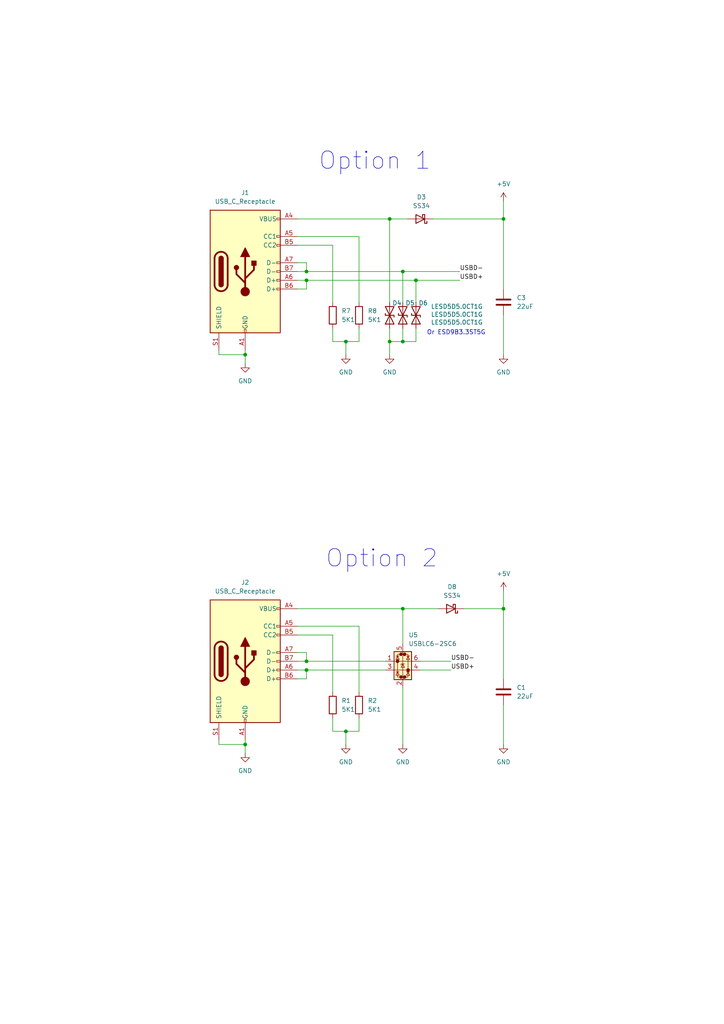
<source format=kicad_sch>
(kicad_sch (version 20231120) (generator "eeschema") (generator_version "8.0")
  (paper "A4" portrait)
  (title_block (title "USB-C ESD protections") (date "2024-07-21") (rev "1.0") (company "Cool Inc."))
  (lib_symbols
    (symbol "Connector:USB_C_Receptacle_USB2.0_14P" (pin_names (offset 1.016))
      (property "Reference" "J" (at 0 22.225 0))
      (property "Value" "USB_C_Receptacle_USB2.0_14P" (at 0 19.685 0))
      (symbol "USB_C_Receptacle_USB2.0_14P_0_0"
        (rectangle (start -0.254 -17.78) (end 0.254 -16.764))
        (rectangle (start 10.16 -4.826) (end 9.144 -5.334))
        (rectangle (start 10.16 -2.286) (end 9.144 -2.794))
        (rectangle (start 10.16 0.254) (end 9.144 -0.254))
        (rectangle (start 10.16 2.794) (end 9.144 2.286))
        (rectangle (start 10.16 7.874) (end 9.144 7.366))
        (rectangle (start 10.16 10.414) (end 9.144 9.906))
        (rectangle (start 10.16 15.494) (end 9.144 14.986))
      )
      (symbol "USB_C_Receptacle_USB2.0_14P_0_1"
        (rectangle (start -10.16 17.78) (end 10.16 -17.78) (stroke (width 0.254)) (fill (type background)))
        (arc (start -8.89 -3.81) (mid -6.985 -5.7067) (end -5.08 -3.81) (stroke (width 0.508)))
        (arc (start -7.62 -3.81) (mid -6.985 -4.4423) (end -6.35 -3.81) (stroke (width 0.254)))
        (arc (start -7.62 -3.81) (mid -6.985 -4.4423) (end -6.35 -3.81) (stroke (width 0.254)) (fill (type outline)))
        (rectangle (start -7.62 -3.81) (end -6.35 3.81) (stroke (width 0.254)) (fill (type outline)))
        (arc (start -6.35 3.81) (mid -6.985 4.4423) (end -7.62 3.81) (stroke (width 0.254)))
        (arc (start -6.35 3.81) (mid -6.985 4.4423) (end -7.62 3.81) (stroke (width 0.254)) (fill (type outline)))
        (arc (start -5.08 3.81) (mid -6.985 5.7067) (end -8.89 3.81) (stroke (width 0.508)))
        (circle (center -2.54 1.143) (radius 0.635) (stroke (width 0.254)) (fill (type outline)))
        (circle (center 0 -5.842) (radius 1.27) (fill (type outline)))
        (polyline (pts (xy -8.89 -3.81) (xy -8.89 3.81)) (stroke (width 0.508)))
        (polyline (pts (xy -5.08 3.81) (xy -5.08 -3.81)) (stroke (width 0.508)))
        (polyline (pts (xy 0 -5.842) (xy 0 4.318)) (stroke (width 0.508)))
        (polyline (pts (xy 0 -3.302) (xy -2.54 -0.762) (xy -2.54 0.508)) (stroke (width 0.508)))
        (polyline (pts (xy 0 -2.032) (xy 2.54 0.508) (xy 2.54 1.778)) (stroke (width 0.508)))
        (polyline (pts (xy -1.27 4.318) (xy 0 6.858) (xy 1.27 4.318) (xy -1.27 4.318)) (stroke (width 0.254)) (fill (type outline)))
        (rectangle (start 1.905 1.778) (end 3.175 3.048) (stroke (width 0.254)) (fill (type outline)))
      )
      (symbol "USB_C_Receptacle_USB2.0_14P_1_1"
        (pin passive line (at 0 -22.86 90) (length 5.08) (name "GND") (number "A1"))
        (pin passive line (at 0 -22.86 90) (length 5.08) hide (name "GND") (number "A12"))
        (pin passive line (at 15.24 15.24 180) (length 5.08) (name "VBUS") (number "A4"))
        (pin bidirectional line (at 15.24 10.16 180) (length 5.08) (name "CC1") (number "A5"))
        (pin bidirectional line (at 15.24 -2.54 180) (length 5.08) (name "D+") (number "A6"))
        (pin bidirectional line (at 15.24 2.54 180) (length 5.08) (name "D-") (number "A7"))
        (pin passive line (at 15.24 15.24 180) (length 5.08) hide (name "VBUS") (number "A9"))
        (pin passive line (at 0 -22.86 90) (length 5.08) hide (name "GND") (number "B1"))
        (pin passive line (at 0 -22.86 90) (length 5.08) hide (name "GND") (number "B12"))
        (pin passive line (at 15.24 15.24 180) (length 5.08) hide (name "VBUS") (number "B4"))
        (pin bidirectional line (at 15.24 7.62 180) (length 5.08) (name "CC2") (number "B5"))
        (pin bidirectional line (at 15.24 -5.08 180) (length 5.08) (name "D+") (number "B6"))
        (pin bidirectional line (at 15.24 0 180) (length 5.08) (name "D-") (number "B7"))
        (pin passive line (at 15.24 15.24 180) (length 5.08) hide (name "VBUS") (number "B9"))
        (pin passive line (at -7.62 -22.86 90) (length 5.08) (name "SHIELD") (number "S1"))
      )
    )
    (symbol "Device:C" (pin_numbers hide) (pin_names (offset 0.254))
      (property "Reference" "C" (at 0.635 2.54 0))
      (property "Value" "C" (at 0.635 -2.54 0))
      (symbol "C_0_1"
        (polyline (pts (xy -2.032 -0.762) (xy 2.032 -0.762)) (stroke (width 0.508)))
        (polyline (pts (xy -2.032 0.762) (xy 2.032 0.762)) (stroke (width 0.508)))
      )
      (symbol "C_1_1"
        (pin passive line (at 0 3.81 270) (length 2.794) (name "~") (number "1"))
        (pin passive line (at 0 -3.81 90) (length 2.794) (name "~") (number "2"))
      )
    )
    (symbol "Device:D_TVS" (pin_numbers hide) (pin_names (offset 1.016) hide)
      (property "Reference" "D" (at 0 2.54 0))
      (property "Value" "D_TVS" (at 0 -2.54 0))
      (symbol "D_TVS_0_1"
        (polyline (pts (xy 1.27 0) (xy -1.27 0)))
        (polyline (pts (xy 0.508 1.27) (xy 0 1.27) (xy 0 -1.27) (xy -0.508 -1.27)) (stroke (width 0.254)))
        (polyline (pts (xy -2.54 1.27) (xy -2.54 -1.27) (xy 2.54 1.27) (xy 2.54 -1.27) (xy -2.54 1.27)) (stroke (width 0.254)))
      )
      (symbol "D_TVS_1_1"
        (pin passive line (at -3.81 0 0) (length 2.54) (name "A1") (number "1"))
        (pin passive line (at 3.81 0 180) (length 2.54) (name "A2") (number "2"))
      )
    )
    (symbol "Device:R" (pin_numbers hide) (pin_names (offset 0))
      (property "Reference" "R" (at 2.032 0 90))
      (property "Value" "R" (at 0 0 90))
      (symbol "R_0_1"
        (rectangle (start -1.016 -2.54) (end 1.016 2.54) (stroke (width 0.254)))
      )
      (symbol "R_1_1"
        (pin passive line (at 0 3.81 270) (length 1.27) (name "~") (number "1"))
        (pin passive line (at 0 -3.81 90) (length 1.27) (name "~") (number "2"))
      )
    )
    (symbol "Diode:SS34" (pin_numbers hide) (pin_names (offset 1.016) hide)
      (property "Reference" "D" (at 0 2.54 0))
      (property "Value" "SS34" (at 0 -2.54 0))
      (symbol "SS34_0_1"
        (polyline (pts (xy 1.27 0) (xy -1.27 0)))
        (polyline (pts (xy 1.27 1.27) (xy 1.27 -1.27) (xy -1.27 0) (xy 1.27 1.27)) (stroke (width 0.254)))
        (polyline (pts (xy -1.905 0.635) (xy -1.905 1.27) (xy -1.27 1.27) (xy -1.27 -1.27) (xy -0.635 -1.27) (xy -0.635 -0.635)) (stroke (width 0.254)))
      )
      (symbol "SS34_1_1"
        (pin passive line (at -3.81 0 0) (length 2.54) (name "K") (number "1"))
        (pin passive line (at 3.81 0 180) (length 2.54) (name "A") (number "2"))
      )
    )
    (symbol "Power_Protection:USBLC6-2SC6" (pin_names hide)
      (property "Reference" "U" (at 0.635 5.715 0))
      (property "Value" "USBLC6-2SC6" (at 0.635 3.81 0))
      (symbol "USBLC6-2SC6_0_0"
        (circle (center -1.524 0) (radius 0.0001) (stroke (width 0.508)))
        (circle (center -0.508 -4.572) (radius 0.0001) (stroke (width 0.508)))
        (circle (center -0.508 2.032) (radius 0.0001) (stroke (width 0.508)))
        (circle (center 0.508 -4.572) (radius 0.0001) (stroke (width 0.508)))
        (circle (center 0.508 2.032) (radius 0.0001) (stroke (width 0.508)))
        (circle (center 1.524 -2.54) (radius 0.0001) (stroke (width 0.508)))
      )
      (symbol "USBLC6-2SC6_0_1"
        (polyline (pts (xy -2.54 -2.54) (xy 2.54 -2.54)))
        (polyline (pts (xy -2.54 0) (xy 2.54 0)))
        (polyline (pts (xy -2.032 -3.048) (xy -1.016 -3.048)))
        (polyline (pts (xy -1.016 1.524) (xy -2.032 1.524)))
        (polyline (pts (xy 1.016 -3.048) (xy 2.032 -3.048)))
        (polyline (pts (xy 1.016 1.524) (xy 2.032 1.524)))
        (polyline (pts (xy -0.508 -1.143) (xy -0.508 -0.762) (xy 0.508 -0.762)))
        (polyline (pts (xy -2.032 0.508) (xy -1.016 0.508) (xy -1.524 1.524) (xy -2.032 0.508)))
        (polyline (pts (xy -1.016 -4.064) (xy -2.032 -4.064) (xy -1.524 -3.048) (xy -1.016 -4.064)))
        (polyline (pts (xy 0.508 -1.778) (xy -0.508 -1.778) (xy 0 -0.762) (xy 0.508 -1.778)))
        (polyline (pts (xy 2.032 -4.064) (xy 1.016 -4.064) (xy 1.524 -3.048) (xy 2.032 -4.064)))
        (polyline (pts (xy 2.032 0.508) (xy 1.016 0.508) (xy 1.524 1.524) (xy 2.032 0.508)))
        (polyline (pts (xy 0 2.54) (xy -0.508 2.032) (xy 0.508 2.032) (xy 0 1.524) (xy 0 -4.064) (xy -0.508 -4.572) (xy 0.508 -4.572) (xy 0 -5.08)))
      )
      (symbol "USBLC6-2SC6_1_1"
        (rectangle (start -2.54 2.794) (end 2.54 -5.334) (stroke (width 0.254)) (fill (type background)))
        (polyline (pts (xy -0.508 2.032) (xy -1.524 2.032) (xy -1.524 -4.572) (xy -0.508 -4.572)))
        (polyline (pts (xy 0.508 -4.572) (xy 1.524 -4.572) (xy 1.524 2.032) (xy 0.508 2.032)))
        (pin passive line (at -5.08 0 0) (length 2.54) (name "I/O1") (number "1"))
        (pin passive line (at 0 -7.62 90) (length 2.54) (name "GND") (number "2"))
        (pin passive line (at -5.08 -2.54 0) (length 2.54) (name "I/O2") (number "3"))
        (pin passive line (at 5.08 -2.54 180) (length 2.54) (name "I/O2") (number "4"))
        (pin passive line (at 0 5.08 270) (length 2.54) (name "VBUS") (number "5"))
        (pin passive line (at 5.08 0 180) (length 2.54) (name "I/O1") (number "6"))
      )
    )
    (symbol "power:+5V" (power) (pin_numbers hide) (pin_names (offset 0) hide)
      (property "Value" "+5V" (at 0 3.556 0))
      (symbol "+5V_0_1"
        (polyline (pts (xy -0.762 1.27) (xy 0 2.54)))
        (polyline (pts (xy 0 0) (xy 0 2.54)))
        (polyline (pts (xy 0 2.54) (xy 0.762 1.27)))
      )
      (symbol "+5V_1_1"
        (pin power_in line (at 0 0 90) (length 0) (name "~") (number "1"))
      )
    )
    (symbol "power:GND" (power) (pin_numbers hide) (pin_names (offset 0) hide)
      (property "Value" "GND" (at 0 -3.81 0))
      (symbol "GND_0_1"
        (polyline (pts (xy 0 0) (xy 0 -1.27) (xy 1.27 -1.27) (xy 0 -2.54) (xy -1.27 -1.27) (xy 0 -1.27)))
      )
      (symbol "GND_1_1"
        (pin power_in line (at 0 0 270) (length 0) (name "~") (number "1"))
      )
    )
  )
  (junction (at 88.9 191.77))
  (junction (at 88.9 78.74))
  (junction (at 88.9 81.28))
  (junction (at 146.05 176.53))
  (junction (at 120.65 81.28))
  (junction (at 113.03 99.06))
  (junction (at 100.33 212.09))
  (junction (at 100.33 99.06))
  (junction (at 71.12 215.9))
  (junction (at 116.84 176.53))
  (junction (at 113.03 63.5))
  (junction (at 71.12 102.87))
  (junction (at 88.9 194.31))
  (junction (at 146.05 63.5))
  (junction (at 116.84 99.06))
  (junction (at 116.84 78.74))
  (wire (pts (xy 116.84 78.74) (xy 133.35 78.74)))
  (wire (pts (xy 100.33 99.06) (xy 100.33 102.87)))
  (wire (pts (xy 71.12 214.63) (xy 71.12 215.9)))
  (wire (pts (xy 86.36 68.58) (xy 104.14 68.58)))
  (wire (pts (xy 88.9 194.31) (xy 111.76 194.31)))
  (wire (pts (xy 146.05 63.5) (xy 146.05 83.82)))
  (wire (pts (xy 96.52 184.15) (xy 96.52 200.66)))
  (wire (pts (xy 71.12 215.9) (xy 71.12 218.44)))
  (wire (pts (xy 86.36 63.5) (xy 113.03 63.5)))
  (wire (pts (xy 86.36 83.82) (xy 88.9 83.82)))
  (wire (pts (xy 104.14 181.61) (xy 104.14 200.66)))
  (wire (pts (xy 63.5 214.63) (xy 63.5 215.9)))
  (wire (pts (xy 104.14 208.28) (xy 104.14 212.09)))
  (wire (pts (xy 113.03 95.25) (xy 113.03 99.06)))
  (wire (pts (xy 104.14 95.25) (xy 104.14 99.06)))
  (wire (pts (xy 116.84 176.53) (xy 127 176.53)))
  (wire (pts (xy 86.36 194.31) (xy 88.9 194.31)))
  (wire (pts (xy 116.84 99.06) (xy 113.03 99.06)))
  (wire (pts (xy 71.12 101.6) (xy 71.12 102.87)))
  (wire (pts (xy 120.65 99.06) (xy 116.84 99.06)))
  (wire (pts (xy 88.9 76.2) (xy 88.9 78.74)))
  (wire (pts (xy 86.36 71.12) (xy 96.52 71.12)))
  (wire (pts (xy 96.52 208.28) (xy 96.52 212.09)))
  (wire (pts (xy 88.9 189.23) (xy 88.9 191.77)))
  (wire (pts (xy 100.33 212.09) (xy 100.33 215.9)))
  (wire (pts (xy 113.03 63.5) (xy 113.03 87.63)))
  (wire (pts (xy 86.36 181.61) (xy 104.14 181.61)))
  (wire (pts (xy 120.65 81.28) (xy 120.65 87.63)))
  (wire (pts (xy 88.9 78.74) (xy 116.84 78.74)))
  (wire (pts (xy 88.9 191.77) (xy 111.76 191.77)))
  (wire (pts (xy 86.36 196.85) (xy 88.9 196.85)))
  (wire (pts (xy 146.05 63.5) (xy 146.05 58.42)))
  (wire (pts (xy 146.05 176.53) (xy 146.05 196.85)))
  (wire (pts (xy 121.92 194.31) (xy 130.81 194.31)))
  (wire (pts (xy 86.36 81.28) (xy 88.9 81.28)))
  (wire (pts (xy 88.9 83.82) (xy 88.9 81.28)))
  (wire (pts (xy 71.12 102.87) (xy 71.12 105.41)))
  (wire (pts (xy 96.52 99.06) (xy 100.33 99.06)))
  (wire (pts (xy 88.9 196.85) (xy 88.9 194.31)))
  (wire (pts (xy 100.33 212.09) (xy 104.14 212.09)))
  (wire (pts (xy 125.73 63.5) (xy 146.05 63.5)))
  (wire (pts (xy 113.03 99.06) (xy 113.03 102.87)))
  (wire (pts (xy 88.9 81.28) (xy 120.65 81.28)))
  (wire (pts (xy 86.36 184.15) (xy 96.52 184.15)))
  (wire (pts (xy 116.84 95.25) (xy 116.84 99.06)))
  (wire (pts (xy 104.14 68.58) (xy 104.14 87.63)))
  (wire (pts (xy 121.92 191.77) (xy 130.81 191.77)))
  (wire (pts (xy 86.36 189.23) (xy 88.9 189.23)))
  (wire (pts (xy 146.05 204.47) (xy 146.05 215.9)))
  (wire (pts (xy 116.84 176.53) (xy 116.84 186.69)))
  (wire (pts (xy 113.03 63.5) (xy 118.11 63.5)))
  (wire (pts (xy 63.5 215.9) (xy 71.12 215.9)))
  (wire (pts (xy 86.36 76.2) (xy 88.9 76.2)))
  (wire (pts (xy 100.33 99.06) (xy 104.14 99.06)))
  (wire (pts (xy 134.62 176.53) (xy 146.05 176.53)))
  (wire (pts (xy 86.36 78.74) (xy 88.9 78.74)))
  (wire (pts (xy 146.05 91.44) (xy 146.05 102.87)))
  (wire (pts (xy 116.84 78.74) (xy 116.84 87.63)))
  (wire (pts (xy 96.52 212.09) (xy 100.33 212.09)))
  (wire (pts (xy 146.05 176.53) (xy 146.05 171.45)))
  (wire (pts (xy 86.36 191.77) (xy 88.9 191.77)))
  (wire (pts (xy 120.65 81.28) (xy 133.35 81.28)))
  (wire (pts (xy 116.84 199.39) (xy 116.84 215.9)))
  (wire (pts (xy 120.65 95.25) (xy 120.65 99.06)))
  (wire (pts (xy 63.5 101.6) (xy 63.5 102.87)))
  (wire (pts (xy 63.5 102.87) (xy 71.12 102.87)))
  (wire (pts (xy 96.52 71.12) (xy 96.52 87.63)))
  (wire (pts (xy 86.36 176.53) (xy 116.84 176.53)))
  (wire (pts (xy 96.52 95.25) (xy 96.52 99.06)))
  (text "Option 2" (at 110.744 162.052 0) (effects (font (size 5 5))))
  (text "Option 1" (at 108.712 46.736 0) (effects (font (size 5 5))))
  (text "Or ESD9B3.3ST5G" (at 132.334 96.52 0) (effects (font (size 1.27 1.27))))
  (label "USBD-" (at 130.81 191.77 0))
  (label "USBD+" (at 133.35 81.28 0))
  (label "USBD-" (at 133.35 78.74 0))
  (label "USBD+" (at 130.81 194.31 0))
  (symbol (lib_id "Power_Protection:USBLC6-2SC6") (at 116.84 191.77 0) (unit 1)
    (property "Reference" "U5" (at 118.4911 184.15 0) (effects (justify left)))
    (property "Value" "USBLC6-2SC6" (at 118.4911 186.69 0) (effects (justify left)))
    (property "Footprint" "Package_TO_SOT_SMD:SOT-23-6" (effects (hide yes)))
    (property "Datasheet" "https://www.st.com/resource/en/datasheet/usblc6-2.pdf" (effects (hide yes)))
    (property "Description" "Very low capacitance ESD protection diode, 2 data-line, SOT-23-6" (effects (hide yes)))
  )
  (symbol (lib_id "Device:C") (at 146.05 87.63 0) (unit 1)
    (property "Reference" "C3" (at 149.86 86.3599 0) (effects (justify left)))
    (property "Value" "22uF" (at 149.86 88.8999 0) (effects (justify left)))
    (property "Description" "Unpolarized capacitor" (effects (hide yes)))
  )
  (symbol (lib_id "power:GND") (at 146.05 215.9 0) (unit 1)
    (property "Reference" "#PWR05" (effects (hide yes)))
    (property "Value" "GND" (at 146.05 220.98 0))
    (property "Description" "Power symbol creates a global label with name \"GND\" , ground" (effects (hide yes)))
  )
  (symbol (lib_id "Diode:SS34") (at 130.81 176.53 180) (unit 1)
    (property "Reference" "D8" (at 131.1275 170.18 0))
    (property "Value" "SS34" (at 131.1275 172.72 0))
    (property "Footprint" "Diode_SMD:D_SMA" (effects (hide yes)))
    (property "Datasheet" "https://www.vishay.com/docs/88751/ss32.pdf" (effects (hide yes)))
    (property "Description" "40V 3A Schottky Diode, SMA" (effects (hide yes)))
  )
  (symbol (lib_id "Device:R") (at 96.52 204.47 0) (unit 1)
    (property "Reference" "R1" (at 99.06 203.1999 0) (effects (justify left)))
    (property "Value" "5K1" (at 99.06 205.7399 0) (effects (justify left)))
    (property "Description" "Resistor" (effects (hide yes)))
  )
  (symbol (lib_id "power:GND") (at 116.84 215.9 0) (unit 1)
    (property "Reference" "#PWR027" (effects (hide yes)))
    (property "Value" "GND" (at 116.84 220.98 0))
    (property "Description" "Power symbol creates a global label with name \"GND\" , ground" (effects (hide yes)))
  )
  (symbol (lib_id "Connector:USB_C_Receptacle_USB2.0_14P") (at 71.12 191.77 0) (unit 1)
    (property "Reference" "J2" (at 71.12 168.91 0))
    (property "Value" "USB_C_Receptacle" (at 71.12 171.45 0))
    (property "Datasheet" "https://www.usb.org/sites/default/files/documents/usb_type-c.zip" (effects (hide yes)))
    (property "Description" "USB 2.0-only 14P Type-C Receptacle connector" (effects (hide yes)))
  )
  (symbol (lib_id "power:GND") (at 71.12 218.44 0) (unit 1)
    (property "Reference" "#PWR01" (effects (hide yes)))
    (property "Value" "GND" (at 71.12 223.52 0))
    (property "Description" "Power symbol creates a global label with name \"GND\" , ground" (effects (hide yes)))
  )
  (symbol (lib_id "power:GND") (at 71.12 105.41 0) (unit 1)
    (property "Reference" "#PWR013" (effects (hide yes)))
    (property "Value" "GND" (at 71.12 110.49 0))
    (property "Description" "Power symbol creates a global label with name \"GND\" , ground" (effects (hide yes)))
  )
  (symbol (lib_id "Device:R") (at 96.52 91.44 0) (unit 1)
    (property "Reference" "R7" (at 99.06 90.1699 0) (effects (justify left)))
    (property "Value" "5K1" (at 99.06 92.7099 0) (effects (justify left)))
    (property "Description" "Resistor" (effects (hide yes)))
  )
  (symbol (lib_id "power:GND") (at 100.33 215.9 0) (unit 1)
    (property "Reference" "#PWR02" (effects (hide yes)))
    (property "Value" "GND" (at 100.33 220.98 0))
    (property "Description" "Power symbol creates a global label with name \"GND\" , ground" (effects (hide yes)))
  )
  (symbol (lib_id "Device:D_TVS") (at 113.03 91.44 90) (unit 1)
    (property "Reference" "D4" (at 113.792 87.884 90) (effects (justify right)))
    (property "Value" "LESD5D5.0CT1G" (at 124.968 88.9 90) (effects (justify right)))
    (property "Description" "Bidirectional transient-voltage-suppression diode" (effects (hide yes)))
  )
  (symbol (lib_id "Device:D_TVS") (at 120.65 91.44 90) (unit 1)
    (property "Reference" "D6" (at 121.412 87.884 90) (effects (justify right)))
    (property "Value" "LESD5D5.0CT1G" (at 124.968 93.472 90) (effects (justify right)))
    (property "Description" "Bidirectional transient-voltage-suppression diode" (effects (hide yes)))
  )
  (symbol (lib_id "power:+5V") (at 146.05 58.42 0) (unit 1)
    (property "Reference" "#PWR012" (effects (hide yes)))
    (property "Value" "+5V" (at 146.05 53.34 0))
    (property "Description" "Power symbol creates a global label with name \"+5V\"" (effects (hide yes)))
  )
  (symbol (lib_id "Connector:USB_C_Receptacle_USB2.0_14P") (at 71.12 78.74 0) (unit 1)
    (property "Reference" "J1" (at 71.12 55.88 0))
    (property "Value" "USB_C_Receptacle" (at 71.12 58.42 0))
    (property "Datasheet" "https://www.usb.org/sites/default/files/documents/usb_type-c.zip" (effects (hide yes)))
    (property "Description" "USB 2.0-only 14P Type-C Receptacle connector" (effects (hide yes)))
  )
  (symbol (lib_id "power:+5V") (at 146.05 171.45 0) (unit 1)
    (property "Reference" "#PWR04" (effects (hide yes)))
    (property "Value" "+5V" (at 146.05 166.37 0))
    (property "Description" "Power symbol creates a global label with name \"+5V\"" (effects (hide yes)))
  )
  (symbol (lib_id "power:GND") (at 113.03 102.87 0) (unit 1)
    (property "Reference" "#PWR016" (effects (hide yes)))
    (property "Value" "GND" (at 113.03 107.95 0))
    (property "Description" "Power symbol creates a global label with name \"GND\" , ground" (effects (hide yes)))
  )
  (symbol (lib_id "power:GND") (at 146.05 102.87 0) (unit 1)
    (property "Reference" "#PWR015" (effects (hide yes)))
    (property "Value" "GND" (at 146.05 107.95 0))
    (property "Description" "Power symbol creates a global label with name \"GND\" , ground" (effects (hide yes)))
  )
  (symbol (lib_id "Device:R") (at 104.14 204.47 0) (unit 1)
    (property "Reference" "R2" (at 106.68 203.1999 0) (effects (justify left)))
    (property "Value" "5K1" (at 106.68 205.7399 0) (effects (justify left)))
    (property "Description" "Resistor" (effects (hide yes)))
  )
  (symbol (lib_id "Device:C") (at 146.05 200.66 0) (unit 1)
    (property "Reference" "C1" (at 149.86 199.3899 0) (effects (justify left)))
    (property "Value" "22uF" (at 149.86 201.9299 0) (effects (justify left)))
    (property "Description" "Unpolarized capacitor" (effects (hide yes)))
  )
  (symbol (lib_id "Device:D_TVS") (at 116.84 91.44 90) (unit 1)
    (property "Reference" "D5" (at 117.602 87.884 90) (effects (justify right)))
    (property "Value" "LESD5D5.0CT1G" (at 124.968 91.186 90) (effects (justify right)))
    (property "Description" "Bidirectional transient-voltage-suppression diode" (effects (hide yes)))
  )
  (symbol (lib_id "Device:R") (at 104.14 91.44 0) (unit 1)
    (property "Reference" "R8" (at 106.68 90.1699 0) (effects (justify left)))
    (property "Value" "5K1" (at 106.68 92.7099 0) (effects (justify left)))
    (property "Description" "Resistor" (effects (hide yes)))
  )
  (symbol (lib_id "Diode:SS34") (at 121.92 63.5 180) (unit 1)
    (property "Reference" "D3" (at 122.2375 57.15 0))
    (property "Value" "SS34" (at 122.2375 59.69 0))
    (property "Footprint" "Diode_SMD:D_SMA" (effects (hide yes)))
    (property "Datasheet" "https://www.vishay.com/docs/88751/ss32.pdf" (effects (hide yes)))
    (property "Description" "40V 3A Schottky Diode, SMA" (effects (hide yes)))
  )
  (symbol (lib_id "power:GND") (at 100.33 102.87 0) (unit 1)
    (property "Reference" "#PWR014" (effects (hide yes)))
    (property "Value" "GND" (at 100.33 107.95 0))
    (property "Description" "Power symbol creates a global label with name \"GND\" , ground" (effects (hide yes)))
  )
)
</source>
